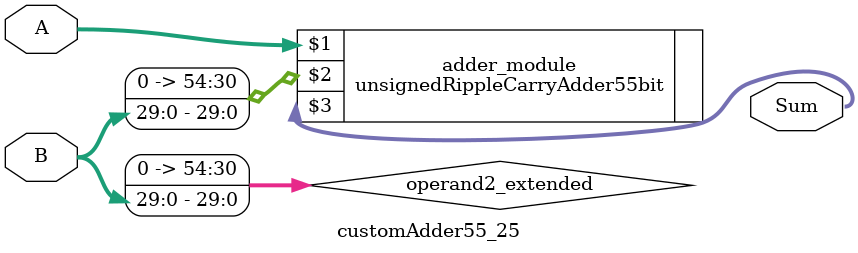
<source format=v>
module customAdder55_25(
                        input [54 : 0] A,
                        input [29 : 0] B,
                        
                        output [55 : 0] Sum
                );

        wire [54 : 0] operand2_extended;
        
        assign operand2_extended =  {25'b0, B};
        
        unsignedRippleCarryAdder55bit adder_module(
            A,
            operand2_extended,
            Sum
        );
        
        endmodule
        
</source>
